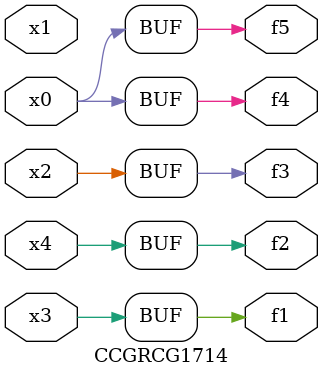
<source format=v>
module CCGRCG1714(
	input x0, x1, x2, x3, x4,
	output f1, f2, f3, f4, f5
);
	assign f1 = x3;
	assign f2 = x4;
	assign f3 = x2;
	assign f4 = x0;
	assign f5 = x0;
endmodule

</source>
